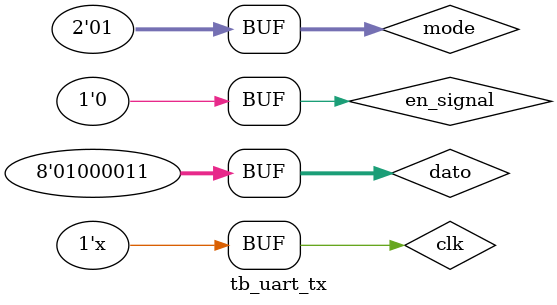
<source format=v>
`timescale 1ps / 1ps

module tb_uart_tx;

    reg clk; 
    reg [1:0] mode;
    reg en_signal;
    wire send;
    wire tx;
    reg [7:0] dato;
    
    // --- RELOJES         
            
    //-- UNIDAD UART TX
                uart_tx #(3, 130) TX1(
                    .clk(clk),
                    .mode(mode),
                    .en_signal(en_signal),
                    .send(send),
                    .dato(dato),
                    .tx(tx)
                    );
            
        initial begin
            clk = 0;
            mode = 2'b00;
            dato = "A";
            #1910 dato = "B";
            mode = 2'b10;
            #5 en_signal = 1;
            #10 en_signal = 0;
            #985 dato = "A";
            #1600 dato = "C";
            mode = 2'b01;
            #500000 en_signal = 1;
            #10 en_signal = 0;
//            en_clk = 0;
//            #100 en_clk = 1;
        end 
        
//        initial begin
//            #1515 en_signal = 1;
//            #10 en_signal = 0;
//        end
        
        always
        begin
            #5 clk = ~clk;
            
        end
        
endmodule
</source>
